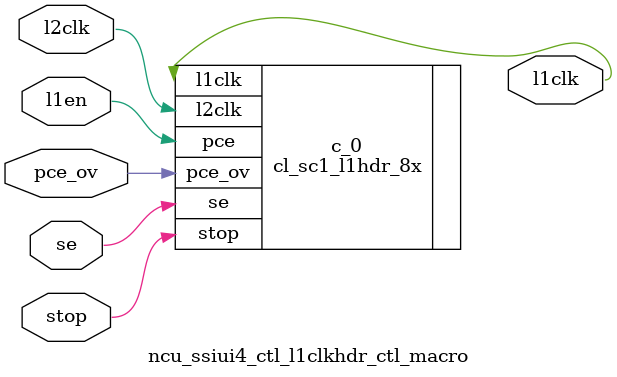
<source format=v>
`define UCB_BUS_WIDTH 4
`define UCB_BUS_WIDTH_M1 3
`define CYC_NUM 32
`define CYC_NUM_M1 31

module ncu_ssiui4_ctl (
  iol2clk, 
  scan_in, 
  scan_out, 
  tcu_pce_ov, 
  tcu_clk_stop, 
  tcu_scan_en, 
  tcu_aclk, 
  tcu_bclk, 
  vld, 
  data, 
  stall, 
  indata_buf_vld, 
  indata_buf, 
  stall_a1) ;
wire stall_d1_n;
wire stall_d1;
wire vld_d1_ff_scanin;
wire vld_d1_ff_scanout;
wire vld_d1;
wire l1clk;
wire data_d1_ff_scanin;
wire data_d1_ff_scanout;
wire [3:0] data_d1;
wire stall_ff_scanin;
wire stall_ff_scanout;
wire stall_d1_ff_scanin;
wire stall_d1_ff_scanout;
wire skid_buf0_en;
wire vld_buf0_ff_scanin;
wire vld_buf0_ff_scanout;
wire vld_buf0;
wire data_buf0_ff_scanin;
wire data_buf0_ff_scanout;
wire [3:0] data_buf0;
wire skid_buf1_en_ff_scanin;
wire skid_buf1_en_ff_scanout;
wire skid_buf1_en;
wire vld_buf1_ff_scanin;
wire vld_buf1_ff_scanout;
wire vld_buf1;
wire data_buf1_ff_scanin;
wire data_buf1_ff_scanout;
wire [3:0] data_buf1;
wire skid_buf0_sel;
wire skid_buf1_sel_ff_scanin;
wire skid_buf1_sel_ff_scanout;
wire skid_buf1_sel;
wire vld_mux;
wire [3:0] data_mux;
wire [31:0] indata_vec_next;
wire [31:0] indata_vec;
wire stall_a1_n;
wire indata_vec_ff_scanin;
wire indata_vec_ff_scanout;
wire [127:0] indata_buf_next;
wire indata_buf_ff_scanin;
wire indata_buf_ff_scanout;
wire indata_vec0_d1_ff_scanin;
wire indata_vec0_d1_ff_scanout;
wire indata_vec0_d1;
wire siclk;
wire soclk;
wire se;
wire pce_ov;
wire stop;


////////////////////////////////////////////////////////////////////////
// Signal declarations
////////////////////////////////////////////////////////////////////////
// Global interface
input		iol2clk;
input		scan_in;
output		scan_out;
input		tcu_pce_ov;
input		tcu_clk_stop;
input		tcu_scan_en;
input		tcu_aclk;
input		tcu_bclk;

// UCB bus interface
input		vld;
input [`UCB_BUS_WIDTH_M1 :0]	data;
output		stall;


// Local interface
output		indata_buf_vld;
output [127:0]	indata_buf;
input		stall_a1;


// Internal signals


////////////////////////////////////////////////////////////////////////
// Code starts here
////////////////////////////////////////////////////////////////////////
/************************************************************
 * UCB bus interface flops
 * This is to make signals going between IOB and UCB flop-to-flop
 * to improve timing.
 ************************************************************/
assign stall_d1_n = ~stall_d1;
ncu_ssiui4_ctl_msff_ctl_macro__en_1__width_1 vld_d1_ff  
				(
				.scan_in(vld_d1_ff_scanin),
				.scan_out(vld_d1_ff_scanout),
				.dout		(vld_d1),
				.l1clk		(l1clk),
				.en		(stall_d1_n),
				.din		(vld),
  .siclk(siclk),
  .soclk(soclk)
				);

ncu_ssiui4_ctl_msff_ctl_macro__en_1__width_4 data_d1_ff  
				(
				.scan_in(data_d1_ff_scanin),
				.scan_out(data_d1_ff_scanout),
				.dout		(data_d1[`UCB_BUS_WIDTH_M1:0]),
				.l1clk		(l1clk),
				.en		(stall_d1_n),
				.din		(data[`UCB_BUS_WIDTH_M1:0]),
  .siclk(siclk),
  .soclk(soclk)
				);

ncu_ssiui4_ctl_msff_ctl_macro__width_1 stall_ff 
				(
				.scan_in(stall_ff_scanin),
				.scan_out(stall_ff_scanout),
				.dout		(stall),
				.l1clk		(l1clk),
				.din		(stall_a1),
  .siclk(siclk),
  .soclk(soclk)
				);

ncu_ssiui4_ctl_msff_ctl_macro__width_1 stall_d1_ff 
				(
				.scan_in(stall_d1_ff_scanin),
				.scan_out(stall_d1_ff_scanout),
				.dout		(stall_d1),
				.l1clk		(l1clk),
				.din		(stall),
  .siclk(siclk),
  .soclk(soclk)
				);


/************************************************************
 * Skid buffer
 * We need a two deep skid buffer to handle stalling.
 ************************************************************/
// Assertion: stall has to be deasserted for more than 1 cycle
//            ie time between two separate stalls has to be
//            at least two cycles.  Otherwise, contents from
//            skid buffer will be lost.

// Buffer 0
assign  skid_buf0_en = stall_a1 & ~stall;

ncu_ssiui4_ctl_msff_ctl_macro__en_1__width_1 vld_buf0_ff  
				(
				.scan_in(vld_buf0_ff_scanin),
				.scan_out(vld_buf0_ff_scanout),
				.dout		(vld_buf0),
				.l1clk		(l1clk),
				.en		(skid_buf0_en),
				.din		(vld_d1),
  .siclk(siclk),
  .soclk(soclk)
				);

ncu_ssiui4_ctl_msff_ctl_macro__en_1__width_4 data_buf0_ff   
				(
				.scan_in(data_buf0_ff_scanin),
				.scan_out(data_buf0_ff_scanout),
				.dout		(data_buf0[`UCB_BUS_WIDTH_M1 :0]),
				.l1clk		(l1clk),
				.en		(skid_buf0_en),
				.din		(data_d1[`UCB_BUS_WIDTH_M1 :0]),
  .siclk(siclk),
  .soclk(soclk)
				);

// Buffer 1
ncu_ssiui4_ctl_msff_ctl_macro__width_1 skid_buf1_en_ff 
				(
				.scan_in(skid_buf1_en_ff_scanin),
				.scan_out(skid_buf1_en_ff_scanout),
				.dout		(skid_buf1_en),
				.l1clk		(l1clk),
				.din		(skid_buf0_en),
  .siclk(siclk),
  .soclk(soclk)
				);

ncu_ssiui4_ctl_msff_ctl_macro__en_1__width_1 vld_buf1_ff  
				(
				.scan_in(vld_buf1_ff_scanin),
				.scan_out(vld_buf1_ff_scanout),
				.dout		(vld_buf1),
				.l1clk		(l1clk),
				.en		(skid_buf1_en),
				.din		(vld_d1),
  .siclk(siclk),
  .soclk(soclk)
				);

ncu_ssiui4_ctl_msff_ctl_macro__en_1__width_4 data_buf1_ff   
				(
				.scan_in(data_buf1_ff_scanin),
				.scan_out(data_buf1_ff_scanout),
				.dout		(data_buf1[`UCB_BUS_WIDTH_M1 :0]),
				.l1clk		(l1clk),
				.en		(skid_buf1_en),
				.din		(data_d1[`UCB_BUS_WIDTH_M1 :0]),
  .siclk(siclk),
  .soclk(soclk)
				);


/************************************************************
 * Mux between skid buffer and interface flop
 ************************************************************/
// Assertion: stall has to be deasserted for more than 1 cycle
//            ie time between two separate stalls has to be
//            at least two cycles.  Otherwise, contents from
//            skid buffer will be lost.

assign	skid_buf0_sel = ~stall_a1 & stall;

ncu_ssiui4_ctl_msff_ctl_macro__width_1 skid_buf1_sel_ff 
				(
				.scan_in(skid_buf1_sel_ff_scanin),
				.scan_out(skid_buf1_sel_ff_scanout),
				.dout		(skid_buf1_sel),
				.l1clk		(l1clk),
				.din		(skid_buf0_sel),
  .siclk(siclk),
  .soclk(soclk)
				);

assign	vld_mux = skid_buf0_sel ? vld_buf0 : 
	   	     skid_buf1_sel ? vld_buf1 :
		                     vld_d1;

assign	data_mux[`UCB_BUS_WIDTH_M1 :0] = skid_buf0_sel ? data_buf0[`UCB_BUS_WIDTH_M1 :0] : 
					skid_buf1_sel ? data_buf1[`UCB_BUS_WIDTH_M1 :0] : 
					       		 data_d1[`UCB_BUS_WIDTH_M1 :0];


/************************************************************
 * Assemble inbound data
 ************************************************************/
// valid vector
assign	indata_vec_next[`CYC_NUM_M1:0] = {vld_mux, indata_vec[`CYC_NUM_M1 :1]};

assign	stall_a1_n = ~stall_a1;
ncu_ssiui4_ctl_msff_ctl_macro__en_1__width_32 indata_vec_ff   
				(
				.scan_in(indata_vec_ff_scanin),
				.scan_out(indata_vec_ff_scanout),
				.dout		(indata_vec[`CYC_NUM_M1 :0]),
				.l1clk		(l1clk),
				.en		(stall_a1_n),
				.din		(indata_vec_next[`CYC_NUM_M1 :0]),
  .siclk(siclk),
  .soclk(soclk)
				);

// data buffer
assign	indata_buf_next[127:0] = {data_mux[`UCB_BUS_WIDTH_M1 :0], indata_buf[127:`UCB_BUS_WIDTH ]};
ncu_ssiui4_ctl_msff_ctl_macro__en_1__width_128 indata_buf_ff  
				(
				.scan_in(indata_buf_ff_scanin),
				.scan_out(indata_buf_ff_scanout),
				.dout		(indata_buf[127:0]),
				.l1clk		(l1clk),
				.en		(stall_a1_n),
				.din		(indata_buf_next[127:0]),
  .siclk(siclk),
  .soclk(soclk)
				);

// detect a new packet	  
ncu_ssiui4_ctl_msff_ctl_macro__en_1__width_1 indata_vec0_d1_ff  
				(
				.scan_in(indata_vec0_d1_ff_scanin),
				.scan_out(indata_vec0_d1_ff_scanout),
				.dout		(indata_vec0_d1),
				.l1clk		(l1clk),
				.en		(stall_a1_n),
				.din		(indata_vec[0]),
  .siclk(siclk),
  .soclk(soclk)
				);

assign	indata_buf_vld = indata_vec[0] & ~indata_vec0_d1;





/**** adding clock header ****/
ncu_ssiui4_ctl_l1clkhdr_ctl_macro clkgen (
				.l2clk	(iol2clk),
				.l1en	(1'b1),
				.l1clk	(l1clk),
  .pce_ov(pce_ov),
  .stop(stop),
  .se(se)
				);

/*** building tcu port ***/
assign	siclk = tcu_aclk;
assign	soclk = tcu_bclk;
assign	   se = tcu_scan_en;
assign	pce_ov = tcu_pce_ov;
assign	stop = tcu_clk_stop;

// fixscan start:
assign vld_d1_ff_scanin          = scan_in                  ;
assign data_d1_ff_scanin         = vld_d1_ff_scanout        ;
assign stall_ff_scanin           = data_d1_ff_scanout       ;
assign stall_d1_ff_scanin        = stall_ff_scanout         ;
assign vld_buf0_ff_scanin        = stall_d1_ff_scanout      ;
assign data_buf0_ff_scanin       = vld_buf0_ff_scanout      ;
assign skid_buf1_en_ff_scanin    = data_buf0_ff_scanout     ;
assign vld_buf1_ff_scanin        = skid_buf1_en_ff_scanout  ;
assign data_buf1_ff_scanin       = vld_buf1_ff_scanout      ;
assign skid_buf1_sel_ff_scanin   = data_buf1_ff_scanout     ;
assign indata_vec_ff_scanin      = skid_buf1_sel_ff_scanout ;
assign indata_buf_ff_scanin      = indata_vec_ff_scanout    ;
assign indata_vec0_d1_ff_scanin  = indata_buf_ff_scanout    ;
assign scan_out                  = indata_vec0_d1_ff_scanout;
// fixscan end:
endmodule // ucb_bus_in






// any PARAMS parms go into naming of macro

module ncu_ssiui4_ctl_msff_ctl_macro__en_1__width_1 (
  din, 
  en, 
  l1clk, 
  scan_in, 
  siclk, 
  soclk, 
  dout, 
  scan_out);
wire [0:0] fdin;

  input [0:0] din;
  input en;
  input l1clk;
  input scan_in;


  input siclk;
  input soclk;

  output [0:0] dout;
  output scan_out;
assign fdin[0:0] = (din[0:0] & {1{en}}) | (dout[0:0] & ~{1{en}});






dff #(1)  d0_0 (
.l1clk(l1clk),
.siclk(siclk),
.soclk(soclk),
.d(fdin[0:0]),
.si(scan_in),
.so(scan_out),
.q(dout[0:0])
);












endmodule













// any PARAMS parms go into naming of macro

module ncu_ssiui4_ctl_msff_ctl_macro__en_1__width_4 (
  din, 
  en, 
  l1clk, 
  scan_in, 
  siclk, 
  soclk, 
  dout, 
  scan_out);
wire [3:0] fdin;
wire [2:0] so;

  input [3:0] din;
  input en;
  input l1clk;
  input scan_in;


  input siclk;
  input soclk;

  output [3:0] dout;
  output scan_out;
assign fdin[3:0] = (din[3:0] & {4{en}}) | (dout[3:0] & ~{4{en}});






dff #(4)  d0_0 (
.l1clk(l1clk),
.siclk(siclk),
.soclk(soclk),
.d(fdin[3:0]),
.si({scan_in,so[2:0]}),
.so({so[2:0],scan_out}),
.q(dout[3:0])
);












endmodule













// any PARAMS parms go into naming of macro

module ncu_ssiui4_ctl_msff_ctl_macro__width_1 (
  din, 
  l1clk, 
  scan_in, 
  siclk, 
  soclk, 
  dout, 
  scan_out);
wire [0:0] fdin;

  input [0:0] din;
  input l1clk;
  input scan_in;


  input siclk;
  input soclk;

  output [0:0] dout;
  output scan_out;
assign fdin[0:0] = din[0:0];






dff #(1)  d0_0 (
.l1clk(l1clk),
.siclk(siclk),
.soclk(soclk),
.d(fdin[0:0]),
.si(scan_in),
.so(scan_out),
.q(dout[0:0])
);












endmodule













// any PARAMS parms go into naming of macro

module ncu_ssiui4_ctl_msff_ctl_macro__en_1__width_32 (
  din, 
  en, 
  l1clk, 
  scan_in, 
  siclk, 
  soclk, 
  dout, 
  scan_out);
wire [31:0] fdin;
wire [30:0] so;

  input [31:0] din;
  input en;
  input l1clk;
  input scan_in;


  input siclk;
  input soclk;

  output [31:0] dout;
  output scan_out;
assign fdin[31:0] = (din[31:0] & {32{en}}) | (dout[31:0] & ~{32{en}});






dff #(32)  d0_0 (
.l1clk(l1clk),
.siclk(siclk),
.soclk(soclk),
.d(fdin[31:0]),
.si({scan_in,so[30:0]}),
.so({so[30:0],scan_out}),
.q(dout[31:0])
);












endmodule













// any PARAMS parms go into naming of macro

module ncu_ssiui4_ctl_msff_ctl_macro__en_1__width_128 (
  din, 
  en, 
  l1clk, 
  scan_in, 
  siclk, 
  soclk, 
  dout, 
  scan_out);
wire [127:0] fdin;
wire [126:0] so;

  input [127:0] din;
  input en;
  input l1clk;
  input scan_in;


  input siclk;
  input soclk;

  output [127:0] dout;
  output scan_out;
assign fdin[127:0] = (din[127:0] & {128{en}}) | (dout[127:0] & ~{128{en}});






dff #(128)  d0_0 (
.l1clk(l1clk),
.siclk(siclk),
.soclk(soclk),
.d(fdin[127:0]),
.si({scan_in,so[126:0]}),
.so({so[126:0],scan_out}),
.q(dout[127:0])
);












endmodule













// any PARAMS parms go into naming of macro

module ncu_ssiui4_ctl_l1clkhdr_ctl_macro (
  l2clk, 
  l1en, 
  pce_ov, 
  stop, 
  se, 
  l1clk);


  input l2clk;
  input l1en;
  input pce_ov;
  input stop;
  input se;
  output l1clk;



 

cl_sc1_l1hdr_8x c_0 (


   .l2clk(l2clk),
   .pce(l1en),
   .l1clk(l1clk),
  .se(se),
  .pce_ov(pce_ov),
  .stop(stop)
);



endmodule









</source>
